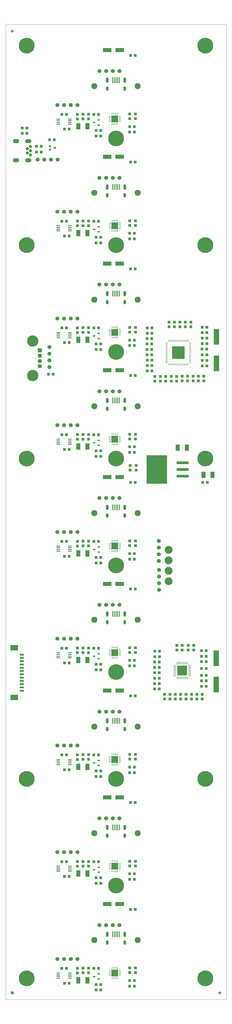
<source format=gbr>
%FSLAX33Y33*%
%MOMM*%
G04 EasyPC Gerber Version 16.0.6 Build 3249 *
%ADD94O,1.00000X1.70000*%
%ADD93O,1.00000X2.00000*%
%ADD77R,0.28000X0.80000*%
%ADD99R,0.28000X1.00000*%
%ADD92R,0.40000X2.20000*%
%ADD23R,1.00000X1.10000*%
%ADD24R,1.65000X2.40000*%
%ADD89R,2.10000X6.00000*%
%ADD87R,7.90000X10.80000*%
%ADD136R,1.00000X1.00000*%
%ADD137R,1.60000X1.60000*%
%ADD80R,2.60000X2.60000*%
%ADD101R,3.70000X3.70000*%
%ADD79R,4.70000X4.70000*%
%ADD10C,0.12000*%
%ADD13C,0.70000*%
%ADD27C,0.80000*%
%ADD18C,1.00000*%
%ADD90C,1.20000*%
%ADD15C,1.50000*%
%ADD73C,1.60000*%
%ADD139C,2.30000*%
%ADD88C,3.00000*%
%ADD91O,2.40000X1.50000*%
%ADD78R,0.80000X0.28000*%
%ADD100R,1.00000X0.28000*%
%ADD97R,1.45000X0.45000*%
%ADD81R,0.90000X0.60000*%
%ADD83R,0.90000X0.70000*%
%ADD70R,1.60000X0.70000*%
%ADD22R,1.10000X1.00000*%
%ADD86R,4.60000X1.10000*%
%ADD82R,3.20000X1.60000*%
%ADD71R,3.00000X2.10000*%
%ADD138C,4.30000*%
%ADD98C,6.00000*%
X0Y0D02*
D02*
D10*
X2001Y2008D02*
X86001D01*
Y372808*
X2001*
Y2008*
D02*
D13*
X42550Y11150D03*
Y12100D03*
Y13050D03*
Y51750D03*
Y52700D03*
Y53650D03*
Y92350D03*
Y93300D03*
Y94250D03*
Y132950D03*
Y133900D03*
Y134850D03*
Y173550D03*
Y174500D03*
Y175450D03*
Y214150D03*
Y215100D03*
Y216050D03*
Y254750D03*
Y255700D03*
Y256650D03*
Y295350D03*
Y296300D03*
Y297250D03*
Y335950D03*
Y336900D03*
Y337850D03*
X43500Y11150D03*
Y12100D03*
Y13050D03*
Y51750D03*
Y52700D03*
Y53650D03*
Y92350D03*
Y93300D03*
Y94250D03*
Y132950D03*
Y133900D03*
Y134850D03*
Y173550D03*
Y174500D03*
Y175450D03*
Y214150D03*
Y215100D03*
Y216050D03*
Y254750D03*
Y255700D03*
Y256650D03*
Y295350D03*
Y296300D03*
Y297250D03*
Y335950D03*
Y336900D03*
Y337850D03*
X44450Y11150D03*
Y12100D03*
Y13050D03*
Y51750D03*
Y52700D03*
Y53650D03*
Y92350D03*
Y93300D03*
Y94250D03*
Y132950D03*
Y133900D03*
Y134850D03*
Y173550D03*
Y174500D03*
Y175450D03*
Y214150D03*
Y215100D03*
Y216050D03*
Y254750D03*
Y255700D03*
Y256650D03*
Y295350D03*
Y296300D03*
Y297250D03*
Y335950D03*
Y336900D03*
Y337850D03*
D02*
D15*
X14140Y321400D03*
X16680D03*
X18600Y242490D03*
Y245030D03*
Y247570D03*
Y250110D03*
X19220Y321400D03*
X21690Y17400D03*
Y58000D03*
Y98600D03*
Y139200D03*
Y179800D03*
Y220400D03*
Y261000D03*
Y301600D03*
Y342200D03*
X21760Y321400D03*
X24230Y17400D03*
Y58000D03*
Y98600D03*
Y139200D03*
Y179800D03*
Y220400D03*
Y261000D03*
Y301600D03*
Y342200D03*
X26770Y17400D03*
Y58000D03*
Y98600D03*
Y139200D03*
Y179800D03*
Y220400D03*
Y261000D03*
Y301600D03*
Y342200D03*
X29310Y17400D03*
Y58000D03*
Y98600D03*
Y139200D03*
Y179800D03*
Y220400D03*
Y261000D03*
Y301600D03*
Y342200D03*
X37690Y30300D03*
Y70900D03*
Y111500D03*
Y152100D03*
Y192700D03*
Y233300D03*
Y273900D03*
Y314500D03*
Y355100D03*
X40230Y30300D03*
Y70900D03*
Y111500D03*
Y152100D03*
Y192700D03*
Y233300D03*
Y273900D03*
Y314500D03*
Y355100D03*
X42770Y30300D03*
Y70900D03*
Y111500D03*
Y152100D03*
Y192700D03*
Y233300D03*
Y273900D03*
Y314500D03*
Y355100D03*
X45310Y30300D03*
Y70900D03*
Y111500D03*
Y152100D03*
Y192700D03*
Y233300D03*
Y273900D03*
Y314500D03*
Y355100D03*
X60300Y168790D03*
Y171330D03*
Y173870D03*
Y176410D03*
X60350Y157790D03*
Y160330D03*
Y162870D03*
Y165410D03*
D02*
D18*
X4500Y370300D03*
X83500Y4500D03*
D02*
D70*
X8150Y119425D03*
Y120675D03*
Y121925D03*
Y123175D03*
Y124425D03*
Y125675D03*
Y126925D03*
Y128175D03*
Y129425D03*
Y130675D03*
Y131925D03*
Y133175D03*
D02*
D71*
X5250Y116875D03*
Y135725D03*
D02*
D22*
X8311Y331400D03*
Y333500D03*
X10089Y331400D03*
Y333500D03*
X13711Y324300D03*
Y326500D03*
X15489Y324300D03*
Y326500D03*
X18311Y239850D03*
X18711Y329000D03*
X20089Y239850D03*
X20489Y329000D03*
X23411Y13800D03*
Y54400D03*
Y95000D03*
Y135600D03*
Y176200D03*
Y216800D03*
Y257400D03*
Y298000D03*
Y338600D03*
X24411Y8200D03*
Y48800D03*
Y89400D03*
Y130000D03*
Y170600D03*
Y211200D03*
Y251800D03*
Y292400D03*
Y333000D03*
X25189Y13800D03*
Y54400D03*
Y95000D03*
Y135600D03*
Y176200D03*
Y216800D03*
Y257400D03*
Y298000D03*
Y338600D03*
X26189Y8200D03*
Y48800D03*
Y89400D03*
Y130000D03*
Y170600D03*
Y211200D03*
Y251800D03*
Y292400D03*
Y333000D03*
X35561Y13800D03*
Y54400D03*
Y95000D03*
Y135600D03*
Y176200D03*
Y216800D03*
Y257400D03*
Y298000D03*
Y338600D03*
X36411Y5600D03*
Y7700D03*
Y46200D03*
Y48300D03*
Y86800D03*
Y88900D03*
Y127400D03*
Y129500D03*
Y168000D03*
Y170100D03*
Y208600D03*
Y210700D03*
Y249200D03*
Y251300D03*
Y289800D03*
Y291900D03*
Y330400D03*
Y332500D03*
X37339Y13800D03*
Y54400D03*
Y95000D03*
Y135600D03*
Y176200D03*
Y216800D03*
Y257400D03*
Y298000D03*
Y338600D03*
X38189Y5600D03*
Y7700D03*
Y46200D03*
Y48300D03*
Y86800D03*
Y88900D03*
Y127400D03*
Y129500D03*
Y168000D03*
Y170100D03*
Y208600D03*
Y210700D03*
Y249200D03*
Y251300D03*
Y289800D03*
Y291900D03*
Y330400D03*
Y332500D03*
X49211Y7100D03*
Y9200D03*
Y47700D03*
Y49800D03*
Y88300D03*
Y90400D03*
Y128900D03*
Y131000D03*
Y169500D03*
Y171600D03*
Y210100D03*
Y212200D03*
Y250700D03*
Y252800D03*
Y291300D03*
Y293400D03*
Y331900D03*
Y334000D03*
X49511Y36300D03*
Y76900D03*
Y117500D03*
Y158100D03*
Y198700D03*
Y239300D03*
Y279900D03*
Y320500D03*
Y361100D03*
X50989Y7100D03*
Y9200D03*
Y47700D03*
Y49800D03*
Y88300D03*
Y90400D03*
Y128900D03*
Y131000D03*
Y169500D03*
Y171600D03*
Y210100D03*
Y212200D03*
Y250700D03*
Y252800D03*
Y291300D03*
Y293400D03*
Y331900D03*
Y334000D03*
X51289Y36300D03*
Y76900D03*
Y117500D03*
Y158100D03*
Y198700D03*
Y239300D03*
Y279900D03*
Y320500D03*
Y361100D03*
X55811Y247200D03*
Y249250D03*
Y251300D03*
Y253350D03*
X55861Y241050D03*
Y243100D03*
Y245150D03*
Y255400D03*
Y257450D03*
X57589Y247200D03*
Y249250D03*
Y251300D03*
Y253350D03*
X57639Y241050D03*
Y243100D03*
Y245150D03*
Y255400D03*
Y257450D03*
X58711Y120100D03*
Y122150D03*
Y124200D03*
Y126250D03*
Y128300D03*
Y130350D03*
X58761Y132400D03*
Y134450D03*
X60489Y120100D03*
Y122150D03*
Y124200D03*
Y126250D03*
Y128300D03*
Y130350D03*
X60539Y132400D03*
Y134450D03*
X76511Y123250D03*
Y127900D03*
Y130500D03*
Y132550D03*
Y134650D03*
X76561Y121150D03*
Y125300D03*
X76711Y249350D03*
X76761Y251450D03*
Y253550D03*
Y255650D03*
Y257700D03*
X76811Y242950D03*
Y245050D03*
Y247150D03*
X77011Y198650D03*
X78289Y123250D03*
Y127900D03*
Y130500D03*
Y132550D03*
Y134650D03*
X78339Y121150D03*
Y125300D03*
X78489Y249350D03*
X78539Y251450D03*
Y253550D03*
Y255650D03*
Y257700D03*
X78589Y242950D03*
Y245050D03*
Y247150D03*
X78789Y198650D03*
D02*
D23*
X29300Y12061D03*
Y13839D03*
Y52661D03*
Y54439D03*
Y93261D03*
Y95039D03*
Y133861D03*
Y135639D03*
Y174461D03*
Y176239D03*
Y215061D03*
Y216839D03*
Y255661D03*
Y257439D03*
Y296261D03*
Y298039D03*
Y336861D03*
Y338639D03*
X31400Y12111D03*
Y13889D03*
Y52711D03*
Y54489D03*
Y93311D03*
Y95089D03*
Y133911D03*
Y135689D03*
Y174511D03*
Y176289D03*
Y215111D03*
Y216889D03*
Y255711D03*
Y257489D03*
Y296311D03*
Y298089D03*
Y336911D03*
Y338689D03*
X33500Y12111D03*
Y13889D03*
Y52711D03*
Y54489D03*
Y93311D03*
Y95089D03*
Y133911D03*
Y135689D03*
Y174511D03*
Y176289D03*
Y215111D03*
Y216889D03*
Y255711D03*
Y257489D03*
Y296311D03*
Y298089D03*
Y336911D03*
Y338689D03*
X49200Y12211D03*
Y13989D03*
Y52811D03*
Y54589D03*
Y93411D03*
Y95189D03*
Y134011D03*
Y135789D03*
Y174611D03*
Y176389D03*
Y215211D03*
Y216989D03*
Y255811D03*
Y257589D03*
Y296411D03*
Y298189D03*
Y337011D03*
Y338789D03*
X49400Y203361D03*
Y205139D03*
X51400Y12211D03*
Y13989D03*
Y52811D03*
Y54589D03*
Y93411D03*
Y95189D03*
Y134011D03*
Y135789D03*
Y174611D03*
Y176389D03*
Y215211D03*
Y216989D03*
Y255811D03*
Y257589D03*
Y296411D03*
Y298189D03*
Y337011D03*
Y338789D03*
X51650Y203311D03*
Y205089D03*
X58800Y237211D03*
Y238989D03*
X60900Y237211D03*
Y238989D03*
X62450Y116311D03*
Y118089D03*
X62950Y237211D03*
Y238989D03*
X64150Y257811D03*
Y259589D03*
X64500Y116261D03*
Y118039D03*
X65050Y237211D03*
Y238989D03*
X66250Y257811D03*
Y259589D03*
X66550Y116261D03*
Y118039D03*
X67100Y237211D03*
Y238989D03*
X67150Y134911D03*
Y136689D03*
X68300Y257811D03*
Y259589D03*
X68600Y116261D03*
Y118039D03*
X69200Y134911D03*
Y136689D03*
Y237261D03*
Y239039D03*
X70400Y257811D03*
Y259589D03*
X70650Y116261D03*
Y118039D03*
X71250Y237261D03*
Y239039D03*
X71450Y134911D03*
Y136689D03*
X72500Y257811D03*
Y259589D03*
X72700Y116311D03*
Y118089D03*
X73300Y237261D03*
Y239039D03*
X73550Y134911D03*
Y136689D03*
X74750Y116311D03*
Y118089D03*
X75350Y237261D03*
Y239039D03*
X76800Y116311D03*
Y118089D03*
X77400Y237261D03*
Y239039D03*
D02*
D24*
X29673Y9300D03*
Y49900D03*
Y90500D03*
Y131100D03*
Y171700D03*
Y212300D03*
Y252900D03*
Y293500D03*
Y334100D03*
X33125Y9300D03*
Y49900D03*
Y90500D03*
Y131100D03*
Y171700D03*
Y212300D03*
Y252900D03*
Y293500D03*
Y334100D03*
X67473Y211850D03*
X70925D03*
X77275Y201550D03*
X80727D03*
D02*
D27*
X65950Y246200D03*
Y247400D03*
Y248600D03*
Y249800D03*
X67150Y246200D03*
Y247400D03*
Y248600D03*
Y249800D03*
X67750Y125650D03*
Y127100D03*
Y128550D03*
X68350Y246200D03*
Y247400D03*
Y248600D03*
Y249800D03*
X69200Y125650D03*
Y127100D03*
Y128550D03*
X69550Y246200D03*
Y247400D03*
Y248600D03*
Y249800D03*
X70650Y125650D03*
Y127100D03*
Y128550D03*
D02*
D73*
X14968Y242850D03*
Y244850D03*
Y246850D03*
D02*
D77*
X42500Y10150D03*
Y14050D03*
Y50750D03*
Y54650D03*
Y91350D03*
Y95250D03*
Y131950D03*
Y135850D03*
Y172550D03*
Y176450D03*
Y213150D03*
Y217050D03*
Y253750D03*
Y257650D03*
Y294350D03*
Y298250D03*
Y334950D03*
Y338850D03*
X43000Y10150D03*
Y14050D03*
Y50750D03*
Y54650D03*
Y91350D03*
Y95250D03*
Y131950D03*
Y135850D03*
Y172550D03*
Y176450D03*
Y213150D03*
Y217050D03*
Y253750D03*
Y257650D03*
Y294350D03*
Y298250D03*
Y334950D03*
Y338850D03*
X43500Y10150D03*
Y14050D03*
Y50750D03*
Y54650D03*
Y91350D03*
Y95250D03*
Y131950D03*
Y135850D03*
Y172550D03*
Y176450D03*
Y213150D03*
Y217050D03*
Y253750D03*
Y257650D03*
Y294350D03*
Y298250D03*
Y334950D03*
Y338850D03*
X44000Y10150D03*
Y14050D03*
Y50750D03*
Y54650D03*
Y91350D03*
Y95250D03*
Y131950D03*
Y135850D03*
Y172550D03*
Y176450D03*
Y213150D03*
Y217050D03*
Y253750D03*
Y257650D03*
Y294350D03*
Y298250D03*
Y334950D03*
Y338850D03*
X44500Y10150D03*
Y14050D03*
Y50750D03*
Y54650D03*
Y91350D03*
Y95250D03*
Y131950D03*
Y135850D03*
Y172550D03*
Y176450D03*
Y213150D03*
Y217050D03*
Y253750D03*
Y257650D03*
Y294350D03*
Y298250D03*
Y334950D03*
Y338850D03*
X64000Y243500D03*
Y252500D03*
X64500Y243500D03*
Y252500D03*
X65000Y243500D03*
Y252500D03*
X65500Y243500D03*
Y252500D03*
X66000Y243500D03*
Y252500D03*
X66500Y243500D03*
Y252500D03*
X67000Y243500D03*
Y252500D03*
X67500Y243500D03*
Y252500D03*
X68000Y243500D03*
Y252500D03*
X68500Y243500D03*
Y252500D03*
X69000Y243500D03*
Y252500D03*
X69500Y243500D03*
Y252500D03*
X70000Y243500D03*
Y252500D03*
X70500Y243500D03*
Y252500D03*
X71000Y243500D03*
Y252500D03*
X71500Y243500D03*
Y252500D03*
D02*
D78*
X41550Y11100D03*
Y11600D03*
Y12100D03*
Y12600D03*
Y13100D03*
Y51700D03*
Y52200D03*
Y52700D03*
Y53200D03*
Y53700D03*
Y92300D03*
Y92800D03*
Y93300D03*
Y93800D03*
Y94300D03*
Y132900D03*
Y133400D03*
Y133900D03*
Y134400D03*
Y134900D03*
Y173500D03*
Y174000D03*
Y174500D03*
Y175000D03*
Y175500D03*
Y214100D03*
Y214600D03*
Y215100D03*
Y215600D03*
Y216100D03*
Y254700D03*
Y255200D03*
Y255700D03*
Y256200D03*
Y256700D03*
Y295300D03*
Y295800D03*
Y296300D03*
Y296800D03*
Y297300D03*
Y335900D03*
Y336400D03*
Y336900D03*
Y337400D03*
Y337900D03*
X45450Y11100D03*
Y11600D03*
Y12100D03*
Y12600D03*
Y13100D03*
Y51700D03*
Y52200D03*
Y52700D03*
Y53200D03*
Y53700D03*
Y92300D03*
Y92800D03*
Y93300D03*
Y93800D03*
Y94300D03*
Y132900D03*
Y133400D03*
Y133900D03*
Y134400D03*
Y134900D03*
Y173500D03*
Y174000D03*
Y174500D03*
Y175000D03*
Y175500D03*
Y214100D03*
Y214600D03*
Y215100D03*
Y215600D03*
Y216100D03*
Y254700D03*
Y255200D03*
Y255700D03*
Y256200D03*
Y256700D03*
Y295300D03*
Y295800D03*
Y296300D03*
Y296800D03*
Y297300D03*
Y335900D03*
Y336400D03*
Y336900D03*
Y337400D03*
Y337900D03*
X63250Y244250D03*
Y244750D03*
Y245250D03*
Y245750D03*
Y246250D03*
Y246750D03*
Y247250D03*
Y247750D03*
Y248250D03*
Y248750D03*
Y249250D03*
Y249750D03*
Y250250D03*
Y250750D03*
Y251250D03*
Y251750D03*
X72250Y244250D03*
Y244750D03*
Y245250D03*
Y245750D03*
Y246250D03*
Y246750D03*
Y247250D03*
Y247750D03*
Y248250D03*
Y248750D03*
Y249250D03*
Y249750D03*
Y250250D03*
Y250750D03*
Y251250D03*
Y251750D03*
D02*
D79*
X67750Y248000D03*
D02*
D80*
X43500Y12100D03*
Y52700D03*
Y93300D03*
Y133900D03*
Y174500D03*
Y215100D03*
Y255700D03*
Y296300D03*
Y336900D03*
D02*
D81*
X35650Y10750D03*
Y51350D03*
Y91950D03*
Y132550D03*
Y173150D03*
Y213750D03*
Y254350D03*
Y294950D03*
Y335550D03*
X37450Y9800D03*
Y11700D03*
Y50400D03*
Y52300D03*
Y91000D03*
Y92900D03*
Y131600D03*
Y133500D03*
Y172200D03*
Y174100D03*
Y212800D03*
Y214700D03*
Y253400D03*
Y255300D03*
Y294000D03*
Y295900D03*
Y334600D03*
Y336500D03*
D02*
D82*
X40650Y38300D03*
Y78900D03*
Y119500D03*
Y160100D03*
Y200700D03*
Y241300D03*
Y281900D03*
Y322500D03*
Y363100D03*
X45350Y38300D03*
Y78900D03*
Y119500D03*
Y160100D03*
Y200700D03*
Y241300D03*
Y281900D03*
Y322500D03*
Y363100D03*
D02*
D83*
X18850Y325250D03*
Y326550D03*
X20750Y325900D03*
D02*
D86*
X69375Y201060D03*
Y203600D03*
Y206140D03*
D02*
D87*
X59525Y203575D03*
D02*
D88*
X64000Y161110D03*
Y165070D03*
Y169030D03*
Y172990D03*
D02*
D89*
X82150Y121750D03*
Y131750D03*
X82250Y244000D03*
Y254000D03*
D02*
D90*
X10275Y324000D03*
Y325600D03*
X11475Y323200D03*
Y324800D03*
Y326400D03*
D02*
D91*
X5925Y321150D03*
Y328450D03*
X10575Y321150D03*
Y328450D03*
D02*
D92*
X42700Y26825D03*
Y67425D03*
Y108025D03*
Y148625D03*
Y189225D03*
Y229825D03*
Y270425D03*
Y311025D03*
Y351625D03*
X43350Y26825D03*
Y67425D03*
Y108025D03*
Y148625D03*
Y189225D03*
Y229825D03*
Y270425D03*
Y311025D03*
Y351625D03*
X44000Y26825D03*
Y67425D03*
Y108025D03*
Y148625D03*
Y189225D03*
Y229825D03*
Y270425D03*
Y311025D03*
Y351625D03*
X44650Y26825D03*
Y67425D03*
Y108025D03*
Y148625D03*
Y189225D03*
Y229825D03*
Y270425D03*
Y311025D03*
Y351625D03*
X45300Y26825D03*
Y67425D03*
Y108025D03*
Y148625D03*
Y189225D03*
Y229825D03*
Y270425D03*
Y311025D03*
Y351625D03*
D02*
D93*
X40675Y26825D03*
Y67425D03*
Y108025D03*
Y148625D03*
Y189225D03*
Y229825D03*
Y270425D03*
Y311025D03*
Y351625D03*
X47325Y26825D03*
Y67425D03*
Y108025D03*
Y148625D03*
Y189225D03*
Y229825D03*
Y270425D03*
Y311025D03*
Y351625D03*
D02*
D94*
X40675Y23675D03*
Y64275D03*
Y104875D03*
Y145475D03*
Y186075D03*
Y226675D03*
Y267275D03*
Y307875D03*
Y348475D03*
X47325Y23675D03*
Y64275D03*
Y104875D03*
Y145475D03*
Y186075D03*
Y226675D03*
Y267275D03*
Y307875D03*
Y348475D03*
D02*
D97*
X22000Y10125D03*
Y10775D03*
Y11425D03*
Y12075D03*
Y50725D03*
Y51375D03*
Y52025D03*
Y52675D03*
Y91325D03*
Y91975D03*
Y92625D03*
Y93275D03*
Y131925D03*
Y132575D03*
Y133225D03*
Y133875D03*
Y172525D03*
Y173175D03*
Y173825D03*
Y174475D03*
Y213125D03*
Y213775D03*
Y214425D03*
Y215075D03*
Y253725D03*
Y254375D03*
Y255025D03*
Y255675D03*
Y294325D03*
Y294975D03*
Y295625D03*
Y296275D03*
Y334925D03*
Y335575D03*
Y336225D03*
Y336875D03*
X26400Y10125D03*
Y10775D03*
Y11425D03*
Y12075D03*
Y50725D03*
Y51375D03*
Y52025D03*
Y52675D03*
Y91325D03*
Y91975D03*
Y92625D03*
Y93275D03*
Y131925D03*
Y132575D03*
Y133225D03*
Y133875D03*
Y172525D03*
Y173175D03*
Y173825D03*
Y174475D03*
Y213125D03*
Y213775D03*
Y214425D03*
Y215075D03*
Y253725D03*
Y254375D03*
Y255025D03*
Y255675D03*
Y294325D03*
Y294975D03*
Y295625D03*
Y296275D03*
Y334925D03*
Y335575D03*
Y336225D03*
Y336875D03*
D02*
D98*
X10000Y10000D03*
Y85900D03*
Y207700D03*
Y288900D03*
Y364800D03*
X44000Y45300D03*
Y85900D03*
Y126500D03*
Y167100D03*
Y207700D03*
Y248300D03*
Y288900D03*
Y329500D03*
X78000Y10000D03*
Y85900D03*
Y207700D03*
Y288900D03*
Y364800D03*
D02*
D99*
X67200Y124300D03*
Y129900D03*
X67700Y124300D03*
Y129900D03*
X68200Y124300D03*
Y129900D03*
X68700Y124300D03*
Y129900D03*
X69200Y124300D03*
Y129900D03*
X69700Y124300D03*
Y129900D03*
X70200Y124300D03*
Y129900D03*
X70700Y124300D03*
Y129900D03*
X71200Y124300D03*
Y129900D03*
D02*
D100*
X66400Y125100D03*
Y125600D03*
Y126100D03*
Y126600D03*
Y127100D03*
Y127600D03*
Y128100D03*
Y128600D03*
Y129100D03*
X72000Y125100D03*
Y125600D03*
Y126100D03*
Y126600D03*
Y127100D03*
Y127600D03*
Y128100D03*
Y128600D03*
Y129100D03*
D02*
D101*
X69200Y127100D03*
D02*
D136*
X4500Y4500D03*
D02*
D137*
X14968Y248850D03*
D02*
D138*
X12276Y239284D03*
Y252416D03*
D02*
D139*
X35725Y24595D03*
Y65195D03*
Y105795D03*
Y146395D03*
Y186995D03*
Y227595D03*
Y268195D03*
Y308795D03*
Y349395D03*
X52275Y24595D03*
Y65195D03*
Y105795D03*
Y146395D03*
Y186995D03*
Y227595D03*
Y268195D03*
Y308795D03*
Y349395D03*
X0Y0D02*
M02*

</source>
